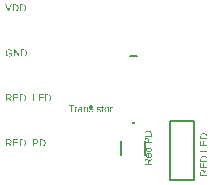
<source format=gbr>
G04 EAGLE Gerber RS-274X export*
G75*
%MOMM*%
%FSLAX34Y34*%
%LPD*%
%INSilkscreen Top*%
%IPPOS*%
%AMOC8*
5,1,8,0,0,1.08239X$1,22.5*%
G01*
G04 Define Apertures*
%ADD10C,0.200000*%
%ADD11C,0.100000*%
%ADD12C,0.254000*%
%ADD13C,0.127000*%
G36*
X134508Y74153D02*
X128596Y74153D01*
X128596Y76108D01*
X128607Y76473D01*
X128643Y76817D01*
X128702Y77139D01*
X128784Y77439D01*
X128890Y77718D01*
X129019Y77976D01*
X129172Y78212D01*
X129349Y78427D01*
X129547Y78618D01*
X129765Y78784D01*
X130003Y78924D01*
X130261Y79039D01*
X130539Y79128D01*
X130836Y79192D01*
X131154Y79230D01*
X131491Y79243D01*
X131934Y79221D01*
X132349Y79154D01*
X132734Y79042D01*
X133092Y78886D01*
X133415Y78689D01*
X133698Y78455D01*
X133940Y78184D01*
X134143Y77875D01*
X134303Y77535D01*
X134417Y77170D01*
X134485Y76780D01*
X134508Y76364D01*
X134508Y74153D01*
G37*
%LPC*%
G36*
X133866Y74955D02*
X133866Y76272D01*
X133848Y76588D01*
X133795Y76883D01*
X133706Y77159D01*
X133581Y77416D01*
X133422Y77648D01*
X133232Y77851D01*
X133011Y78027D01*
X132758Y78173D01*
X132478Y78289D01*
X132173Y78371D01*
X131844Y78421D01*
X131491Y78437D01*
X131224Y78428D01*
X130974Y78400D01*
X130740Y78353D01*
X130522Y78287D01*
X130321Y78202D01*
X130136Y78099D01*
X129967Y77976D01*
X129815Y77835D01*
X129679Y77676D01*
X129562Y77500D01*
X129463Y77308D01*
X129382Y77098D01*
X129319Y76872D01*
X129274Y76629D01*
X129247Y76369D01*
X129238Y76092D01*
X129238Y74955D01*
X133866Y74955D01*
G37*
%LPD*%
G36*
X134508Y50278D02*
X128596Y50278D01*
X128596Y53060D01*
X128603Y53303D01*
X128624Y53531D01*
X128658Y53745D01*
X128707Y53945D01*
X128770Y54131D01*
X128847Y54302D01*
X128938Y54459D01*
X129043Y54602D01*
X129160Y54730D01*
X129288Y54840D01*
X129427Y54933D01*
X129577Y55010D01*
X129738Y55069D01*
X129910Y55112D01*
X130093Y55137D01*
X130287Y55146D01*
X130603Y55122D01*
X130893Y55050D01*
X131157Y54930D01*
X131394Y54762D01*
X131598Y54551D01*
X131711Y54379D01*
X131761Y54305D01*
X131881Y54022D01*
X131961Y53702D01*
X133045Y54417D01*
X134508Y55381D01*
X134508Y54457D01*
X132053Y52922D01*
X132053Y51080D01*
X134508Y51080D01*
X134508Y50278D01*
G37*
%LPC*%
G36*
X131420Y51080D02*
X131420Y53014D01*
X131401Y53313D01*
X131346Y53576D01*
X131253Y53803D01*
X131124Y53994D01*
X130961Y54145D01*
X130769Y54253D01*
X130547Y54318D01*
X130295Y54340D01*
X130052Y54318D01*
X129840Y54252D01*
X129659Y54143D01*
X129508Y53990D01*
X129390Y53795D01*
X129305Y53562D01*
X129255Y53291D01*
X129238Y52980D01*
X129238Y51080D01*
X131420Y51080D01*
G37*
%LPD*%
G36*
X132259Y60934D02*
X131971Y60941D01*
X131702Y60960D01*
X131452Y60993D01*
X131220Y61038D01*
X131006Y61097D01*
X130812Y61169D01*
X130635Y61254D01*
X130478Y61352D01*
X130338Y61462D01*
X130218Y61586D01*
X130116Y61723D01*
X130032Y61873D01*
X129967Y62037D01*
X129921Y62213D01*
X129893Y62402D01*
X129884Y62604D01*
X129896Y62851D01*
X129931Y63077D01*
X129990Y63281D01*
X130073Y63464D01*
X130181Y63628D01*
X130317Y63775D01*
X130481Y63905D01*
X130673Y64018D01*
X130673Y64027D01*
X130165Y64018D01*
X128281Y64018D01*
X128281Y64773D01*
X133572Y64773D01*
X134161Y64780D01*
X134508Y64799D01*
X134508Y64077D01*
X134198Y64050D01*
X133778Y64035D01*
X133778Y64018D01*
X133981Y63905D01*
X134152Y63774D01*
X134293Y63627D01*
X134403Y63462D01*
X134486Y63279D01*
X134545Y63075D01*
X134580Y62850D01*
X134592Y62604D01*
X134583Y62396D01*
X134556Y62202D01*
X134510Y62023D01*
X134447Y61858D01*
X134366Y61707D01*
X134266Y61570D01*
X134149Y61447D01*
X134013Y61339D01*
X133859Y61244D01*
X133686Y61162D01*
X133495Y61092D01*
X133285Y61035D01*
X133056Y60991D01*
X132809Y60959D01*
X132543Y60940D01*
X132259Y60934D01*
G37*
%LPC*%
G36*
X132234Y61727D02*
X132676Y61743D01*
X133051Y61790D01*
X133358Y61869D01*
X133597Y61979D01*
X133777Y62124D01*
X133906Y62309D01*
X133951Y62416D01*
X133983Y62534D01*
X134002Y62660D01*
X134009Y62797D01*
X134002Y62952D01*
X133981Y63096D01*
X133946Y63229D01*
X133897Y63351D01*
X133835Y63462D01*
X133758Y63562D01*
X133668Y63651D01*
X133576Y63719D01*
X133564Y63729D01*
X133311Y63855D01*
X132996Y63946D01*
X132621Y64000D01*
X132183Y64018D01*
X131762Y64000D01*
X131402Y63946D01*
X131102Y63855D01*
X130862Y63729D01*
X130763Y63651D01*
X130678Y63562D01*
X130606Y63463D01*
X130547Y63353D01*
X130501Y63232D01*
X130468Y63101D01*
X130449Y62959D01*
X130442Y62805D01*
X130449Y62668D01*
X130468Y62540D01*
X130501Y62422D01*
X130547Y62314D01*
X130607Y62216D01*
X130679Y62128D01*
X130864Y61981D01*
X131107Y61870D01*
X131417Y61791D01*
X131792Y61743D01*
X132234Y61727D01*
G37*
%LPD*%
G36*
X134508Y68434D02*
X128596Y68434D01*
X128596Y70923D01*
X128603Y71164D01*
X128625Y71392D01*
X128661Y71605D01*
X128712Y71805D01*
X128778Y71990D01*
X128858Y72162D01*
X128952Y72319D01*
X129061Y72463D01*
X129184Y72591D01*
X129318Y72701D01*
X129464Y72795D01*
X129623Y72872D01*
X129793Y72931D01*
X129975Y72974D01*
X130169Y73000D01*
X130375Y73008D01*
X130579Y73000D01*
X130773Y72974D01*
X130956Y72931D01*
X131128Y72871D01*
X131289Y72794D01*
X131440Y72700D01*
X131580Y72589D01*
X131709Y72461D01*
X131825Y72318D01*
X131926Y72162D01*
X132011Y71995D01*
X132081Y71815D01*
X132135Y71623D01*
X132173Y71418D01*
X132197Y71202D01*
X132204Y70973D01*
X132204Y69236D01*
X134508Y69236D01*
X134508Y68434D01*
G37*
%LPC*%
G36*
X131571Y69236D02*
X131571Y70860D01*
X131552Y71174D01*
X131496Y71447D01*
X131404Y71678D01*
X131274Y71867D01*
X131107Y72014D01*
X130903Y72119D01*
X130662Y72182D01*
X130383Y72202D01*
X130115Y72181D01*
X129882Y72116D01*
X129685Y72009D01*
X129524Y71858D01*
X129399Y71665D01*
X129309Y71428D01*
X129256Y71149D01*
X129238Y70826D01*
X129238Y69236D01*
X131571Y69236D01*
G37*
%LPD*%
G36*
X132209Y56157D02*
X131936Y56165D01*
X131679Y56190D01*
X131439Y56231D01*
X131215Y56289D01*
X131008Y56363D01*
X130817Y56453D01*
X130642Y56560D01*
X130484Y56684D01*
X130343Y56822D01*
X130221Y56975D01*
X130118Y57142D01*
X130034Y57323D01*
X129968Y57518D01*
X129921Y57727D01*
X129893Y57951D01*
X129884Y58188D01*
X129893Y58430D01*
X129922Y58657D01*
X129969Y58868D01*
X130035Y59064D01*
X130119Y59243D01*
X130223Y59408D01*
X130346Y59556D01*
X130487Y59689D01*
X130647Y59806D01*
X130826Y59908D01*
X131024Y59994D01*
X131241Y60064D01*
X131477Y60119D01*
X131731Y60158D01*
X132004Y60182D01*
X132297Y60189D01*
X132397Y60189D01*
X132397Y56950D01*
X132765Y56970D01*
X133089Y57031D01*
X133367Y57132D01*
X133602Y57273D01*
X133787Y57453D01*
X133860Y57557D01*
X133920Y57671D01*
X133966Y57793D01*
X133999Y57925D01*
X134019Y58067D01*
X134025Y58217D01*
X134013Y58451D01*
X133976Y58659D01*
X133915Y58844D01*
X133828Y59004D01*
X133723Y59140D01*
X133605Y59252D01*
X133473Y59340D01*
X133329Y59405D01*
X133518Y60068D01*
X133770Y59950D01*
X133988Y59799D01*
X134172Y59617D01*
X134323Y59402D01*
X134441Y59154D01*
X134525Y58874D01*
X134575Y58562D01*
X134592Y58217D01*
X134583Y57973D01*
X134554Y57744D01*
X134508Y57530D01*
X134442Y57330D01*
X134358Y57146D01*
X134254Y56977D01*
X134133Y56823D01*
X133992Y56684D01*
X133833Y56560D01*
X133655Y56453D01*
X133460Y56363D01*
X133246Y56289D01*
X133014Y56231D01*
X132764Y56190D01*
X132495Y56165D01*
X132209Y56157D01*
G37*
%LPC*%
G36*
X131818Y56958D02*
X131818Y59409D01*
X131484Y59363D01*
X131198Y59286D01*
X130960Y59180D01*
X130771Y59044D01*
X130627Y58876D01*
X130524Y58676D01*
X130463Y58442D01*
X130442Y58175D01*
X130465Y57915D01*
X130534Y57683D01*
X130648Y57479D01*
X130809Y57305D01*
X131010Y57163D01*
X131245Y57058D01*
X131514Y56989D01*
X131818Y56958D01*
G37*
%LPD*%
G36*
X26223Y142000D02*
X24011Y142000D01*
X24011Y147912D01*
X25967Y147912D01*
X26331Y147901D01*
X26675Y147865D01*
X26997Y147806D01*
X27297Y147724D01*
X27576Y147618D01*
X27834Y147489D01*
X28070Y147336D01*
X28285Y147159D01*
X28476Y146961D01*
X28642Y146743D01*
X28782Y146505D01*
X28897Y146247D01*
X28986Y145969D01*
X29050Y145672D01*
X29088Y145354D01*
X29101Y145017D01*
X29079Y144574D01*
X29012Y144159D01*
X28901Y143774D01*
X28744Y143416D01*
X28548Y143093D01*
X28313Y142810D01*
X28042Y142568D01*
X27733Y142365D01*
X27393Y142205D01*
X27028Y142091D01*
X26638Y142023D01*
X26223Y142000D01*
G37*
%LPC*%
G36*
X26130Y142642D02*
X26446Y142660D01*
X26741Y142713D01*
X27017Y142803D01*
X27274Y142927D01*
X27506Y143086D01*
X27710Y143276D01*
X27885Y143497D01*
X28031Y143750D01*
X28147Y144030D01*
X28229Y144335D01*
X28279Y144664D01*
X28295Y145017D01*
X28286Y145284D01*
X28258Y145534D01*
X28211Y145768D01*
X28145Y145986D01*
X28060Y146187D01*
X27957Y146372D01*
X27834Y146541D01*
X27693Y146693D01*
X27534Y146829D01*
X27359Y146946D01*
X27166Y147045D01*
X26956Y147126D01*
X26730Y147189D01*
X26487Y147234D01*
X26227Y147261D01*
X25950Y147270D01*
X24813Y147270D01*
X24813Y142642D01*
X26130Y142642D01*
G37*
%LPD*%
G36*
X18506Y142000D02*
X17792Y142000D01*
X17792Y147912D01*
X18724Y147912D01*
X21921Y142843D01*
X21884Y143553D01*
X21871Y144035D01*
X21871Y147912D01*
X22593Y147912D01*
X22593Y142000D01*
X21628Y142000D01*
X18464Y147035D01*
X18485Y146628D01*
X18506Y145928D01*
X18506Y142000D01*
G37*
G36*
X13811Y141916D02*
X13364Y141939D01*
X12948Y142008D01*
X12564Y142124D01*
X12213Y142285D01*
X11897Y142490D01*
X11621Y142736D01*
X11384Y143022D01*
X11187Y143349D01*
X11032Y143712D01*
X10921Y144105D01*
X10854Y144529D01*
X10832Y144983D01*
X10844Y145333D01*
X10880Y145662D01*
X10941Y145971D01*
X11025Y146260D01*
X11134Y146529D01*
X11267Y146777D01*
X11423Y147004D01*
X11604Y147212D01*
X11807Y147397D01*
X12029Y147557D01*
X12271Y147692D01*
X12533Y147803D01*
X12814Y147890D01*
X13114Y147951D01*
X13434Y147988D01*
X13774Y148001D01*
X14242Y147980D01*
X14663Y147918D01*
X15039Y147814D01*
X15368Y147669D01*
X15657Y147478D01*
X15911Y147238D01*
X16129Y146948D01*
X16312Y146607D01*
X15549Y146381D01*
X15411Y146616D01*
X15249Y146816D01*
X15064Y146983D01*
X14854Y147115D01*
X14619Y147216D01*
X14358Y147288D01*
X14069Y147331D01*
X13753Y147346D01*
X13504Y147336D01*
X13271Y147307D01*
X13053Y147259D01*
X12850Y147191D01*
X12661Y147104D01*
X12488Y146998D01*
X12330Y146872D01*
X12188Y146727D01*
X12061Y146564D01*
X11951Y146386D01*
X11858Y146192D01*
X11782Y145982D01*
X11722Y145756D01*
X11680Y145514D01*
X11655Y145257D01*
X11646Y144983D01*
X11655Y144711D01*
X11682Y144453D01*
X11727Y144210D01*
X11790Y143981D01*
X11871Y143767D01*
X11970Y143568D01*
X12086Y143384D01*
X12221Y143215D01*
X12372Y143063D01*
X12536Y142931D01*
X12714Y142820D01*
X12906Y142729D01*
X13112Y142658D01*
X13331Y142607D01*
X13564Y142577D01*
X13811Y142566D01*
X14096Y142577D01*
X14371Y142611D01*
X14636Y142666D01*
X14892Y142743D01*
X15131Y142839D01*
X15346Y142950D01*
X15537Y143078D01*
X15704Y143221D01*
X15704Y144287D01*
X13937Y144287D01*
X13937Y144958D01*
X16442Y144958D01*
X16442Y142919D01*
X16194Y142693D01*
X15920Y142495D01*
X15618Y142323D01*
X15291Y142178D01*
X14942Y142064D01*
X14580Y141982D01*
X14203Y141932D01*
X13811Y141916D01*
G37*
G36*
X96623Y94658D02*
X96382Y94668D01*
X96157Y94696D01*
X95946Y94743D01*
X95751Y94810D01*
X95570Y94895D01*
X95405Y94999D01*
X95256Y95122D01*
X95121Y95264D01*
X95002Y95424D01*
X94899Y95601D01*
X94812Y95795D01*
X94740Y96006D01*
X94685Y96233D01*
X94645Y96477D01*
X94621Y96738D01*
X94613Y97016D01*
X94621Y97301D01*
X94645Y97567D01*
X94685Y97815D01*
X94741Y98044D01*
X94812Y98256D01*
X94900Y98448D01*
X95003Y98623D01*
X95122Y98779D01*
X95257Y98916D01*
X95408Y99036D01*
X95575Y99137D01*
X95758Y99219D01*
X95957Y99284D01*
X96172Y99329D01*
X96402Y99357D01*
X96649Y99366D01*
X96900Y99357D01*
X97134Y99330D01*
X97352Y99286D01*
X97552Y99223D01*
X97735Y99142D01*
X97900Y99044D01*
X98049Y98928D01*
X98180Y98793D01*
X98295Y98640D01*
X98395Y98468D01*
X98479Y98275D01*
X98548Y98063D01*
X98602Y97831D01*
X98640Y97579D01*
X98663Y97308D01*
X98671Y97016D01*
X98663Y96728D01*
X98638Y96458D01*
X98597Y96208D01*
X98540Y95977D01*
X98466Y95764D01*
X98376Y95571D01*
X98269Y95397D01*
X98147Y95241D01*
X98008Y95105D01*
X97855Y94986D01*
X97686Y94886D01*
X97503Y94804D01*
X97306Y94740D01*
X97093Y94695D01*
X96866Y94667D01*
X96623Y94658D01*
G37*
%LPC*%
G36*
X96615Y95216D02*
X96779Y95223D01*
X96931Y95243D01*
X97070Y95278D01*
X97198Y95325D01*
X97313Y95387D01*
X97416Y95462D01*
X97507Y95550D01*
X97586Y95653D01*
X97714Y95901D01*
X97805Y96212D01*
X97860Y96583D01*
X97878Y97016D01*
X97861Y97454D01*
X97808Y97828D01*
X97721Y98137D01*
X97599Y98382D01*
X97523Y98482D01*
X97436Y98569D01*
X97336Y98642D01*
X97225Y98702D01*
X97102Y98748D01*
X96967Y98781D01*
X96820Y98801D01*
X96661Y98808D01*
X96501Y98801D01*
X96353Y98781D01*
X96215Y98747D01*
X96090Y98700D01*
X95976Y98638D01*
X95873Y98564D01*
X95782Y98476D01*
X95702Y98374D01*
X95573Y98126D01*
X95480Y97817D01*
X95425Y97447D01*
X95406Y97016D01*
X95425Y96595D01*
X95479Y96230D01*
X95570Y95921D01*
X95698Y95667D01*
X95776Y95562D01*
X95865Y95470D01*
X95964Y95392D01*
X96073Y95329D01*
X96193Y95280D01*
X96323Y95244D01*
X96464Y95223D01*
X96615Y95216D01*
G37*
%LPD*%
G36*
X73521Y94658D02*
X73200Y94681D01*
X72922Y94748D01*
X72686Y94861D01*
X72493Y95019D01*
X72342Y95216D01*
X72235Y95447D01*
X72170Y95711D01*
X72149Y96009D01*
X72156Y96180D01*
X72178Y96341D01*
X72214Y96492D01*
X72265Y96632D01*
X72330Y96763D01*
X72410Y96883D01*
X72504Y96992D01*
X72612Y97092D01*
X72737Y97181D01*
X72880Y97259D01*
X73040Y97326D01*
X73218Y97381D01*
X73414Y97426D01*
X73628Y97460D01*
X74108Y97495D01*
X75128Y97511D01*
X75128Y97759D01*
X75113Y98016D01*
X75069Y98234D01*
X74996Y98413D01*
X74893Y98552D01*
X74759Y98657D01*
X74591Y98732D01*
X74390Y98776D01*
X74155Y98791D01*
X73918Y98781D01*
X73716Y98748D01*
X73549Y98695D01*
X73416Y98619D01*
X73312Y98520D01*
X73231Y98396D01*
X73174Y98246D01*
X73139Y98070D01*
X72350Y98141D01*
X72421Y98428D01*
X72536Y98677D01*
X72697Y98888D01*
X72902Y99060D01*
X73152Y99194D01*
X73447Y99290D01*
X73787Y99347D01*
X74171Y99366D01*
X74379Y99360D01*
X74573Y99342D01*
X74754Y99311D01*
X74921Y99268D01*
X75076Y99213D01*
X75217Y99145D01*
X75345Y99066D01*
X75460Y98974D01*
X75561Y98870D01*
X75649Y98756D01*
X75723Y98630D01*
X75784Y98494D01*
X75831Y98347D01*
X75865Y98188D01*
X75885Y98019D01*
X75892Y97839D01*
X75892Y95883D01*
X75914Y95589D01*
X75941Y95473D01*
X75980Y95378D01*
X76034Y95303D01*
X76108Y95250D01*
X76202Y95218D01*
X76316Y95208D01*
X76563Y95237D01*
X76563Y94767D01*
X76275Y94717D01*
X75980Y94700D01*
X75784Y94714D01*
X75617Y94755D01*
X75479Y94824D01*
X75369Y94920D01*
X75284Y95046D01*
X75220Y95203D01*
X75176Y95391D01*
X75153Y95611D01*
X75128Y95611D01*
X74977Y95369D01*
X74815Y95166D01*
X74641Y95001D01*
X74455Y94874D01*
X74252Y94780D01*
X74029Y94712D01*
X73785Y94672D01*
X73521Y94658D01*
G37*
%LPC*%
G36*
X73693Y95225D02*
X73895Y95236D01*
X74085Y95272D01*
X74264Y95331D01*
X74432Y95413D01*
X74585Y95517D01*
X74721Y95637D01*
X74839Y95776D01*
X74941Y95932D01*
X75023Y96097D01*
X75081Y96266D01*
X75116Y96436D01*
X75128Y96609D01*
X75128Y96983D01*
X74301Y96966D01*
X74051Y96956D01*
X73833Y96934D01*
X73647Y96901D01*
X73494Y96857D01*
X73364Y96800D01*
X73251Y96729D01*
X73153Y96644D01*
X73072Y96546D01*
X73008Y96433D01*
X72962Y96304D01*
X72934Y96158D01*
X72925Y95997D01*
X72938Y95823D01*
X72975Y95669D01*
X73037Y95537D01*
X73124Y95426D01*
X73235Y95338D01*
X73366Y95275D01*
X73519Y95237D01*
X73693Y95225D01*
G37*
%LPD*%
G36*
X77916Y94742D02*
X77161Y94742D01*
X77161Y98313D01*
X77155Y98952D01*
X77136Y99282D01*
X77849Y99282D01*
X77857Y99169D01*
X77868Y98957D01*
X77883Y98506D01*
X77895Y98506D01*
X78030Y98724D01*
X78176Y98907D01*
X78331Y99056D01*
X78497Y99171D01*
X78679Y99256D01*
X78881Y99317D01*
X79104Y99354D01*
X79347Y99366D01*
X79695Y99343D01*
X79851Y99314D01*
X79994Y99273D01*
X80124Y99221D01*
X80242Y99157D01*
X80347Y99082D01*
X80440Y98995D01*
X80521Y98894D01*
X80592Y98779D01*
X80651Y98648D01*
X80700Y98502D01*
X80765Y98165D01*
X80786Y97767D01*
X80786Y94742D01*
X80027Y94742D01*
X80027Y97621D01*
X80021Y97832D01*
X80005Y98019D01*
X79977Y98181D01*
X79939Y98317D01*
X79888Y98432D01*
X79824Y98530D01*
X79748Y98611D01*
X79658Y98674D01*
X79550Y98722D01*
X79419Y98756D01*
X79267Y98776D01*
X79091Y98783D01*
X78833Y98760D01*
X78603Y98690D01*
X78403Y98573D01*
X78231Y98409D01*
X78093Y98205D01*
X77995Y97964D01*
X77936Y97686D01*
X77916Y97373D01*
X77916Y94742D01*
G37*
G36*
X83490Y94658D02*
X83091Y94676D01*
X82740Y94728D01*
X82437Y94815D01*
X82183Y94937D01*
X81974Y95096D01*
X81804Y95294D01*
X81675Y95532D01*
X81585Y95808D01*
X82253Y95938D01*
X82314Y95768D01*
X82401Y95622D01*
X82513Y95500D01*
X82651Y95403D01*
X82817Y95329D01*
X83012Y95275D01*
X83237Y95244D01*
X83490Y95233D01*
X83759Y95244D01*
X83988Y95277D01*
X84179Y95332D01*
X84332Y95409D01*
X84448Y95508D01*
X84532Y95629D01*
X84582Y95773D01*
X84598Y95938D01*
X84587Y96066D01*
X84552Y96181D01*
X84494Y96284D01*
X84414Y96374D01*
X84307Y96455D01*
X84172Y96527D01*
X84009Y96593D01*
X83818Y96651D01*
X83276Y96794D01*
X82720Y96960D01*
X82512Y97042D01*
X82351Y97123D01*
X82106Y97302D01*
X82006Y97405D01*
X81921Y97516D01*
X81853Y97638D01*
X81805Y97773D01*
X81776Y97921D01*
X81766Y98082D01*
X81773Y98233D01*
X81794Y98374D01*
X81828Y98506D01*
X81877Y98629D01*
X81939Y98743D01*
X82015Y98847D01*
X82209Y99028D01*
X82455Y99171D01*
X82752Y99272D01*
X83100Y99333D01*
X83499Y99354D01*
X83855Y99337D01*
X84173Y99287D01*
X84452Y99205D01*
X84693Y99089D01*
X84894Y98937D01*
X85054Y98745D01*
X85174Y98513D01*
X85253Y98242D01*
X84573Y98158D01*
X84528Y98300D01*
X84457Y98425D01*
X84359Y98532D01*
X84235Y98621D01*
X84086Y98692D01*
X83914Y98743D01*
X83718Y98773D01*
X83499Y98783D01*
X83260Y98773D01*
X83054Y98744D01*
X82882Y98696D01*
X82744Y98628D01*
X82637Y98540D01*
X82561Y98433D01*
X82515Y98305D01*
X82500Y98158D01*
X82506Y98065D01*
X82525Y97981D01*
X82601Y97839D01*
X82726Y97722D01*
X82899Y97625D01*
X83205Y97520D01*
X83730Y97381D01*
X84246Y97236D01*
X84594Y97102D01*
X84831Y96968D01*
X85012Y96819D01*
X85147Y96652D01*
X85249Y96460D01*
X85312Y96243D01*
X85333Y95997D01*
X85325Y95841D01*
X85302Y95694D01*
X85264Y95556D01*
X85211Y95428D01*
X85143Y95309D01*
X85060Y95199D01*
X84962Y95098D01*
X84848Y95006D01*
X84581Y94854D01*
X84266Y94745D01*
X83903Y94680D01*
X83490Y94658D01*
G37*
G36*
X89709Y94658D02*
X89310Y94676D01*
X88959Y94728D01*
X88656Y94815D01*
X88402Y94937D01*
X88192Y95096D01*
X88023Y95294D01*
X87893Y95532D01*
X87804Y95808D01*
X88471Y95938D01*
X88532Y95768D01*
X88619Y95622D01*
X88732Y95500D01*
X88870Y95403D01*
X89036Y95329D01*
X89231Y95275D01*
X89455Y95244D01*
X89709Y95233D01*
X89977Y95244D01*
X90207Y95277D01*
X90398Y95332D01*
X90551Y95409D01*
X90667Y95508D01*
X90750Y95629D01*
X90800Y95773D01*
X90817Y95938D01*
X90805Y96066D01*
X90771Y96181D01*
X90713Y96284D01*
X90632Y96374D01*
X90526Y96455D01*
X90391Y96527D01*
X90228Y96593D01*
X90037Y96651D01*
X89495Y96794D01*
X88939Y96960D01*
X88731Y97042D01*
X88570Y97123D01*
X88325Y97302D01*
X88225Y97405D01*
X88140Y97516D01*
X88072Y97638D01*
X88023Y97773D01*
X87994Y97921D01*
X87985Y98082D01*
X87992Y98233D01*
X88012Y98374D01*
X88047Y98506D01*
X88095Y98629D01*
X88158Y98743D01*
X88234Y98847D01*
X88427Y99028D01*
X88674Y99171D01*
X88971Y99272D01*
X89319Y99333D01*
X89718Y99354D01*
X90074Y99337D01*
X90392Y99287D01*
X90671Y99205D01*
X90911Y99089D01*
X91112Y98937D01*
X91273Y98745D01*
X91393Y98513D01*
X91472Y98242D01*
X90792Y98158D01*
X90747Y98300D01*
X90676Y98425D01*
X90578Y98532D01*
X90454Y98621D01*
X90305Y98692D01*
X90133Y98743D01*
X89937Y98773D01*
X89718Y98783D01*
X89478Y98773D01*
X89273Y98744D01*
X89101Y98696D01*
X88962Y98628D01*
X88856Y98540D01*
X88780Y98433D01*
X88734Y98305D01*
X88719Y98158D01*
X88725Y98065D01*
X88744Y97981D01*
X88820Y97839D01*
X88944Y97722D01*
X89118Y97625D01*
X89424Y97520D01*
X89948Y97381D01*
X90465Y97236D01*
X90813Y97102D01*
X91049Y96968D01*
X91230Y96819D01*
X91366Y96652D01*
X91467Y96460D01*
X91530Y96243D01*
X91551Y95997D01*
X91544Y95841D01*
X91521Y95694D01*
X91483Y95556D01*
X91430Y95428D01*
X91362Y95309D01*
X91279Y95199D01*
X91180Y95098D01*
X91067Y95006D01*
X90800Y94854D01*
X90485Y94745D01*
X90121Y94680D01*
X89709Y94658D01*
G37*
G36*
X66992Y94742D02*
X66195Y94742D01*
X66195Y100000D01*
X64164Y100000D01*
X64164Y100654D01*
X69023Y100654D01*
X69023Y100000D01*
X66992Y100000D01*
X66992Y94742D01*
G37*
G36*
X93438Y94675D02*
X93226Y94691D01*
X93042Y94739D01*
X92886Y94819D01*
X92759Y94932D01*
X92660Y95076D01*
X92589Y95253D01*
X92546Y95462D01*
X92532Y95703D01*
X92532Y98733D01*
X92008Y98733D01*
X92008Y99282D01*
X92561Y99282D01*
X92784Y100298D01*
X93287Y100298D01*
X93287Y99282D01*
X94127Y99282D01*
X94127Y98733D01*
X93287Y98733D01*
X93287Y95867D01*
X93294Y95715D01*
X93314Y95588D01*
X93348Y95485D01*
X93394Y95407D01*
X93458Y95349D01*
X93541Y95308D01*
X93643Y95283D01*
X93766Y95275D01*
X93950Y95290D01*
X94202Y95334D01*
X94202Y94776D01*
X93825Y94700D01*
X93633Y94681D01*
X93438Y94675D01*
G37*
G36*
X70260Y94742D02*
X69505Y94742D01*
X69505Y98225D01*
X69479Y99282D01*
X70193Y99282D01*
X70226Y98355D01*
X70243Y98355D01*
X70337Y98623D01*
X70437Y98846D01*
X70544Y99022D01*
X70659Y99152D01*
X70788Y99246D01*
X70942Y99313D01*
X71120Y99353D01*
X71322Y99366D01*
X71474Y99356D01*
X71628Y99324D01*
X71628Y98632D01*
X71452Y98663D01*
X71225Y98674D01*
X71111Y98667D01*
X71004Y98649D01*
X70811Y98573D01*
X70645Y98446D01*
X70507Y98269D01*
X70399Y98045D01*
X70322Y97776D01*
X70275Y97464D01*
X70260Y97109D01*
X70260Y94742D01*
G37*
G36*
X100385Y94742D02*
X99630Y94742D01*
X99630Y98225D01*
X99604Y99282D01*
X100318Y99282D01*
X100351Y98355D01*
X100368Y98355D01*
X100462Y98623D01*
X100562Y98846D01*
X100669Y99022D01*
X100784Y99152D01*
X100913Y99246D01*
X101067Y99313D01*
X101245Y99353D01*
X101447Y99366D01*
X101599Y99356D01*
X101753Y99324D01*
X101753Y98632D01*
X101577Y98663D01*
X101350Y98674D01*
X101236Y98667D01*
X101129Y98649D01*
X100936Y98573D01*
X100770Y98446D01*
X100632Y98269D01*
X100524Y98045D01*
X100447Y97776D01*
X100400Y97464D01*
X100385Y97109D01*
X100385Y94742D01*
G37*
G36*
X86989Y94742D02*
X86234Y94742D01*
X86234Y99282D01*
X86989Y99282D01*
X86989Y94742D01*
G37*
G36*
X86989Y100247D02*
X86234Y100247D01*
X86234Y100969D01*
X86989Y100969D01*
X86989Y100247D01*
G37*
G36*
X25254Y103900D02*
X23042Y103900D01*
X23042Y109812D01*
X24998Y109812D01*
X25363Y109801D01*
X25706Y109765D01*
X26028Y109706D01*
X26329Y109624D01*
X26608Y109518D01*
X26865Y109389D01*
X27101Y109236D01*
X27316Y109059D01*
X27508Y108861D01*
X27673Y108643D01*
X27814Y108405D01*
X27928Y108147D01*
X28018Y107869D01*
X28081Y107572D01*
X28120Y107254D01*
X28132Y106917D01*
X28110Y106474D01*
X28043Y106059D01*
X27932Y105674D01*
X27776Y105316D01*
X27579Y104993D01*
X27345Y104710D01*
X27073Y104468D01*
X26764Y104265D01*
X26425Y104105D01*
X26060Y103991D01*
X25669Y103923D01*
X25254Y103900D01*
G37*
%LPC*%
G36*
X25162Y104542D02*
X25477Y104560D01*
X25773Y104613D01*
X26049Y104703D01*
X26305Y104827D01*
X26537Y104986D01*
X26741Y105176D01*
X26916Y105397D01*
X27062Y105650D01*
X27178Y105930D01*
X27261Y106235D01*
X27310Y106564D01*
X27327Y106917D01*
X27317Y107184D01*
X27289Y107434D01*
X27242Y107668D01*
X27176Y107886D01*
X27092Y108087D01*
X26988Y108272D01*
X26866Y108441D01*
X26725Y108593D01*
X26566Y108729D01*
X26390Y108846D01*
X26197Y108945D01*
X25988Y109026D01*
X25761Y109089D01*
X25518Y109134D01*
X25258Y109161D01*
X24981Y109170D01*
X23844Y109170D01*
X23844Y104542D01*
X25162Y104542D01*
G37*
%LPD*%
G36*
X46754Y103900D02*
X44542Y103900D01*
X44542Y109812D01*
X46498Y109812D01*
X46863Y109801D01*
X47206Y109765D01*
X47528Y109706D01*
X47829Y109624D01*
X48108Y109518D01*
X48365Y109389D01*
X48601Y109236D01*
X48816Y109059D01*
X49008Y108861D01*
X49173Y108643D01*
X49314Y108405D01*
X49428Y108147D01*
X49518Y107869D01*
X49581Y107572D01*
X49620Y107254D01*
X49632Y106917D01*
X49610Y106474D01*
X49543Y106059D01*
X49432Y105674D01*
X49276Y105316D01*
X49079Y104993D01*
X48845Y104710D01*
X48573Y104468D01*
X48264Y104265D01*
X47925Y104105D01*
X47560Y103991D01*
X47169Y103923D01*
X46754Y103900D01*
G37*
%LPC*%
G36*
X46662Y104542D02*
X46977Y104560D01*
X47273Y104613D01*
X47549Y104703D01*
X47805Y104827D01*
X48037Y104986D01*
X48241Y105176D01*
X48416Y105397D01*
X48562Y105650D01*
X48678Y105930D01*
X48761Y106235D01*
X48810Y106564D01*
X48827Y106917D01*
X48817Y107184D01*
X48789Y107434D01*
X48742Y107668D01*
X48676Y107886D01*
X48592Y108087D01*
X48488Y108272D01*
X48366Y108441D01*
X48225Y108593D01*
X48066Y108729D01*
X47890Y108846D01*
X47697Y108945D01*
X47488Y109026D01*
X47261Y109089D01*
X47018Y109134D01*
X46758Y109161D01*
X46481Y109170D01*
X45344Y109170D01*
X45344Y104542D01*
X46662Y104542D01*
G37*
%LPD*%
G36*
X11906Y103900D02*
X11105Y103900D01*
X11105Y109812D01*
X13887Y109812D01*
X14130Y109805D01*
X14358Y109784D01*
X14572Y109750D01*
X14772Y109701D01*
X14958Y109638D01*
X15129Y109561D01*
X15286Y109470D01*
X15429Y109366D01*
X15556Y109248D01*
X15667Y109120D01*
X15760Y108981D01*
X15837Y108831D01*
X15896Y108670D01*
X15939Y108498D01*
X15964Y108315D01*
X15973Y108121D01*
X15949Y107805D01*
X15877Y107515D01*
X15757Y107251D01*
X15589Y107014D01*
X15378Y106810D01*
X15206Y106697D01*
X15132Y106647D01*
X14849Y106527D01*
X14529Y106447D01*
X15244Y105363D01*
X16207Y103900D01*
X15284Y103900D01*
X13749Y106355D01*
X11906Y106355D01*
X11906Y103900D01*
G37*
%LPC*%
G36*
X13841Y106988D02*
X14140Y107007D01*
X14403Y107062D01*
X14630Y107155D01*
X14821Y107284D01*
X14972Y107447D01*
X15080Y107639D01*
X15145Y107861D01*
X15167Y108113D01*
X15145Y108356D01*
X15079Y108568D01*
X14970Y108749D01*
X14816Y108900D01*
X14622Y109018D01*
X14389Y109103D01*
X14117Y109153D01*
X13807Y109170D01*
X11906Y109170D01*
X11906Y106988D01*
X13841Y106988D01*
G37*
%LPD*%
G36*
X21981Y103900D02*
X17324Y103900D01*
X17324Y109812D01*
X21809Y109812D01*
X21809Y109158D01*
X18125Y109158D01*
X18125Y107261D01*
X21558Y107261D01*
X21558Y106615D01*
X18125Y106615D01*
X18125Y104555D01*
X21981Y104555D01*
X21981Y103900D01*
G37*
G36*
X43481Y103900D02*
X38824Y103900D01*
X38824Y109812D01*
X43309Y109812D01*
X43309Y109158D01*
X39625Y109158D01*
X39625Y107261D01*
X43058Y107261D01*
X43058Y106615D01*
X39625Y106615D01*
X39625Y104555D01*
X43481Y104555D01*
X43481Y103900D01*
G37*
G36*
X37832Y103900D02*
X34042Y103900D01*
X34042Y109812D01*
X34844Y109812D01*
X34844Y104555D01*
X37832Y104555D01*
X37832Y103900D01*
G37*
G36*
X33432Y102192D02*
X28426Y102192D01*
X28426Y102738D01*
X33432Y102738D01*
X33432Y102192D01*
G37*
G36*
X25254Y65800D02*
X23042Y65800D01*
X23042Y71712D01*
X24998Y71712D01*
X25363Y71701D01*
X25706Y71665D01*
X26028Y71606D01*
X26329Y71524D01*
X26608Y71418D01*
X26865Y71289D01*
X27101Y71136D01*
X27316Y70959D01*
X27508Y70761D01*
X27673Y70543D01*
X27814Y70305D01*
X27928Y70047D01*
X28018Y69769D01*
X28081Y69472D01*
X28120Y69154D01*
X28132Y68817D01*
X28110Y68374D01*
X28043Y67959D01*
X27932Y67574D01*
X27776Y67216D01*
X27579Y66893D01*
X27345Y66610D01*
X27073Y66368D01*
X26764Y66165D01*
X26425Y66005D01*
X26060Y65891D01*
X25669Y65823D01*
X25254Y65800D01*
G37*
%LPC*%
G36*
X25162Y66442D02*
X25477Y66460D01*
X25773Y66513D01*
X26049Y66603D01*
X26305Y66727D01*
X26537Y66886D01*
X26741Y67076D01*
X26916Y67297D01*
X27062Y67550D01*
X27178Y67830D01*
X27261Y68135D01*
X27310Y68464D01*
X27327Y68817D01*
X27317Y69084D01*
X27289Y69334D01*
X27242Y69568D01*
X27176Y69786D01*
X27092Y69987D01*
X26988Y70172D01*
X26866Y70341D01*
X26725Y70493D01*
X26566Y70629D01*
X26390Y70746D01*
X26197Y70845D01*
X25988Y70926D01*
X25761Y70989D01*
X25518Y71034D01*
X25258Y71061D01*
X24981Y71070D01*
X23844Y71070D01*
X23844Y66442D01*
X25162Y66442D01*
G37*
%LPD*%
G36*
X41973Y65800D02*
X39761Y65800D01*
X39761Y71712D01*
X41717Y71712D01*
X42081Y71701D01*
X42425Y71665D01*
X42747Y71606D01*
X43047Y71524D01*
X43326Y71418D01*
X43584Y71289D01*
X43820Y71136D01*
X44035Y70959D01*
X44226Y70761D01*
X44392Y70543D01*
X44532Y70305D01*
X44647Y70047D01*
X44736Y69769D01*
X44800Y69472D01*
X44838Y69154D01*
X44851Y68817D01*
X44829Y68374D01*
X44762Y67959D01*
X44651Y67574D01*
X44494Y67216D01*
X44298Y66893D01*
X44063Y66610D01*
X43792Y66368D01*
X43483Y66165D01*
X43143Y66005D01*
X42778Y65891D01*
X42388Y65823D01*
X41973Y65800D01*
G37*
%LPC*%
G36*
X41880Y66442D02*
X42196Y66460D01*
X42491Y66513D01*
X42767Y66603D01*
X43024Y66727D01*
X43256Y66886D01*
X43460Y67076D01*
X43635Y67297D01*
X43781Y67550D01*
X43897Y67830D01*
X43979Y68135D01*
X44029Y68464D01*
X44045Y68817D01*
X44036Y69084D01*
X44008Y69334D01*
X43961Y69568D01*
X43895Y69786D01*
X43810Y69987D01*
X43707Y70172D01*
X43584Y70341D01*
X43443Y70493D01*
X43284Y70629D01*
X43109Y70746D01*
X42916Y70845D01*
X42706Y70926D01*
X42480Y70989D01*
X42237Y71034D01*
X41977Y71061D01*
X41700Y71070D01*
X40563Y71070D01*
X40563Y66442D01*
X41880Y66442D01*
G37*
%LPD*%
G36*
X11906Y65800D02*
X11105Y65800D01*
X11105Y71712D01*
X13887Y71712D01*
X14130Y71705D01*
X14358Y71684D01*
X14572Y71650D01*
X14772Y71601D01*
X14958Y71538D01*
X15129Y71461D01*
X15286Y71370D01*
X15429Y71266D01*
X15556Y71148D01*
X15667Y71020D01*
X15760Y70881D01*
X15837Y70731D01*
X15896Y70570D01*
X15939Y70398D01*
X15964Y70215D01*
X15973Y70021D01*
X15949Y69705D01*
X15877Y69415D01*
X15757Y69151D01*
X15589Y68914D01*
X15378Y68710D01*
X15206Y68597D01*
X15132Y68547D01*
X14849Y68427D01*
X14529Y68347D01*
X15244Y67263D01*
X16207Y65800D01*
X15284Y65800D01*
X13749Y68255D01*
X11906Y68255D01*
X11906Y65800D01*
G37*
%LPC*%
G36*
X13841Y68888D02*
X14140Y68907D01*
X14403Y68962D01*
X14630Y69055D01*
X14821Y69184D01*
X14972Y69347D01*
X15080Y69539D01*
X15145Y69761D01*
X15167Y70013D01*
X15145Y70256D01*
X15079Y70468D01*
X14970Y70649D01*
X14816Y70800D01*
X14622Y70918D01*
X14389Y71003D01*
X14117Y71053D01*
X13807Y71070D01*
X11906Y71070D01*
X11906Y68888D01*
X13841Y68888D01*
G37*
%LPD*%
G36*
X34844Y65800D02*
X34042Y65800D01*
X34042Y71712D01*
X36531Y71712D01*
X36772Y71705D01*
X37000Y71683D01*
X37214Y71647D01*
X37413Y71596D01*
X37599Y71530D01*
X37770Y71450D01*
X37927Y71356D01*
X38071Y71247D01*
X38199Y71124D01*
X38309Y70990D01*
X38403Y70844D01*
X38480Y70685D01*
X38540Y70515D01*
X38582Y70333D01*
X38608Y70139D01*
X38616Y69933D01*
X38608Y69729D01*
X38582Y69535D01*
X38539Y69352D01*
X38479Y69180D01*
X38402Y69019D01*
X38308Y68868D01*
X38197Y68728D01*
X38069Y68599D01*
X37926Y68483D01*
X37770Y68382D01*
X37603Y68297D01*
X37423Y68227D01*
X37231Y68173D01*
X37027Y68135D01*
X36810Y68111D01*
X36581Y68104D01*
X34844Y68104D01*
X34844Y65800D01*
G37*
%LPC*%
G36*
X36468Y68737D02*
X36783Y68756D01*
X37055Y68812D01*
X37286Y68904D01*
X37475Y69034D01*
X37622Y69201D01*
X37727Y69405D01*
X37790Y69647D01*
X37811Y69925D01*
X37789Y70193D01*
X37725Y70426D01*
X37617Y70623D01*
X37467Y70784D01*
X37273Y70909D01*
X37036Y70999D01*
X36757Y71052D01*
X36434Y71070D01*
X34844Y71070D01*
X34844Y68737D01*
X36468Y68737D01*
G37*
%LPD*%
G36*
X21981Y65800D02*
X17324Y65800D01*
X17324Y71712D01*
X21809Y71712D01*
X21809Y71058D01*
X18125Y71058D01*
X18125Y69161D01*
X21558Y69161D01*
X21558Y68515D01*
X18125Y68515D01*
X18125Y66455D01*
X21981Y66455D01*
X21981Y65800D01*
G37*
G36*
X33432Y64092D02*
X28426Y64092D01*
X28426Y64638D01*
X33432Y64638D01*
X33432Y64092D01*
G37*
G36*
X181716Y52882D02*
X175804Y52882D01*
X175804Y54838D01*
X175815Y55203D01*
X175851Y55546D01*
X175910Y55868D01*
X175992Y56169D01*
X176098Y56448D01*
X176227Y56705D01*
X176380Y56941D01*
X176557Y57156D01*
X176755Y57348D01*
X176973Y57513D01*
X177211Y57654D01*
X177469Y57768D01*
X177747Y57858D01*
X178044Y57921D01*
X178362Y57960D01*
X178699Y57972D01*
X179142Y57950D01*
X179557Y57883D01*
X179942Y57772D01*
X180300Y57616D01*
X180623Y57419D01*
X180906Y57185D01*
X181148Y56913D01*
X181351Y56604D01*
X181511Y56265D01*
X181625Y55900D01*
X181693Y55509D01*
X181716Y55094D01*
X181716Y52882D01*
G37*
%LPC*%
G36*
X181074Y53684D02*
X181074Y55002D01*
X181056Y55317D01*
X181003Y55613D01*
X180914Y55889D01*
X180789Y56145D01*
X180630Y56377D01*
X180440Y56581D01*
X180219Y56756D01*
X179966Y56902D01*
X179686Y57018D01*
X179381Y57101D01*
X179052Y57150D01*
X178699Y57167D01*
X178432Y57157D01*
X178182Y57129D01*
X177948Y57082D01*
X177730Y57016D01*
X177529Y56932D01*
X177344Y56828D01*
X177175Y56706D01*
X177023Y56565D01*
X176887Y56406D01*
X176770Y56230D01*
X176671Y56037D01*
X176590Y55828D01*
X176527Y55601D01*
X176482Y55358D01*
X176455Y55098D01*
X176446Y54821D01*
X176446Y53684D01*
X181074Y53684D01*
G37*
%LPD*%
G36*
X181716Y71976D02*
X175804Y71976D01*
X175804Y73932D01*
X175815Y74296D01*
X175851Y74640D01*
X175910Y74962D01*
X175992Y75262D01*
X176098Y75541D01*
X176227Y75799D01*
X176380Y76035D01*
X176557Y76250D01*
X176755Y76441D01*
X176973Y76607D01*
X177211Y76747D01*
X177469Y76862D01*
X177747Y76951D01*
X178044Y77015D01*
X178362Y77053D01*
X178699Y77066D01*
X179142Y77044D01*
X179557Y76977D01*
X179942Y76866D01*
X180300Y76709D01*
X180623Y76513D01*
X180906Y76278D01*
X181148Y76007D01*
X181351Y75698D01*
X181511Y75358D01*
X181625Y74993D01*
X181693Y74603D01*
X181716Y74188D01*
X181716Y71976D01*
G37*
%LPC*%
G36*
X181074Y72778D02*
X181074Y74095D01*
X181056Y74411D01*
X181003Y74706D01*
X180914Y74982D01*
X180789Y75239D01*
X180630Y75471D01*
X180440Y75675D01*
X180219Y75850D01*
X179966Y75996D01*
X179686Y76112D01*
X179381Y76194D01*
X179052Y76244D01*
X178699Y76260D01*
X178432Y76251D01*
X178182Y76223D01*
X177948Y76176D01*
X177730Y76110D01*
X177529Y76025D01*
X177344Y75922D01*
X177175Y75799D01*
X177023Y75658D01*
X176887Y75499D01*
X176770Y75324D01*
X176671Y75131D01*
X176590Y74921D01*
X176527Y74695D01*
X176482Y74452D01*
X176455Y74192D01*
X176446Y73915D01*
X176446Y72778D01*
X181074Y72778D01*
G37*
%LPD*%
G36*
X181716Y40945D02*
X175804Y40945D01*
X175804Y43727D01*
X175811Y43970D01*
X175832Y44198D01*
X175866Y44412D01*
X175915Y44612D01*
X175978Y44798D01*
X176055Y44969D01*
X176146Y45126D01*
X176251Y45269D01*
X176368Y45396D01*
X176496Y45507D01*
X176635Y45600D01*
X176785Y45677D01*
X176946Y45736D01*
X177118Y45779D01*
X177301Y45804D01*
X177495Y45813D01*
X177811Y45789D01*
X178101Y45717D01*
X178365Y45597D01*
X178602Y45429D01*
X178806Y45218D01*
X178919Y45046D01*
X178969Y44972D01*
X179089Y44689D01*
X179169Y44369D01*
X180253Y45084D01*
X181716Y46047D01*
X181716Y45124D01*
X179261Y43589D01*
X179261Y41746D01*
X181716Y41746D01*
X181716Y40945D01*
G37*
%LPC*%
G36*
X178628Y41746D02*
X178628Y43681D01*
X178609Y43980D01*
X178554Y44243D01*
X178461Y44470D01*
X178332Y44661D01*
X178169Y44812D01*
X177977Y44920D01*
X177755Y44985D01*
X177503Y45007D01*
X177260Y44985D01*
X177048Y44919D01*
X176867Y44810D01*
X176716Y44656D01*
X176598Y44462D01*
X176513Y44229D01*
X176463Y43957D01*
X176446Y43647D01*
X176446Y41746D01*
X178628Y41746D01*
G37*
%LPD*%
G36*
X181716Y47164D02*
X175804Y47164D01*
X175804Y51649D01*
X176458Y51649D01*
X176458Y47965D01*
X178355Y47965D01*
X178355Y51398D01*
X179001Y51398D01*
X179001Y47965D01*
X181061Y47965D01*
X181061Y51821D01*
X181716Y51821D01*
X181716Y47164D01*
G37*
G36*
X181716Y66257D02*
X175804Y66257D01*
X175804Y70743D01*
X176458Y70743D01*
X176458Y67059D01*
X178355Y67059D01*
X178355Y70491D01*
X179001Y70491D01*
X179001Y67059D01*
X181061Y67059D01*
X181061Y70915D01*
X181716Y70915D01*
X181716Y66257D01*
G37*
G36*
X181716Y61476D02*
X175804Y61476D01*
X175804Y62278D01*
X181061Y62278D01*
X181061Y65265D01*
X181716Y65265D01*
X181716Y61476D01*
G37*
G36*
X19035Y180100D02*
X16824Y180100D01*
X16824Y186012D01*
X18779Y186012D01*
X19144Y186001D01*
X19487Y185965D01*
X19809Y185906D01*
X20110Y185824D01*
X20389Y185718D01*
X20647Y185589D01*
X20883Y185436D01*
X21098Y185259D01*
X21289Y185061D01*
X21455Y184843D01*
X21595Y184605D01*
X21710Y184347D01*
X21799Y184069D01*
X21863Y183772D01*
X21901Y183454D01*
X21914Y183117D01*
X21891Y182674D01*
X21824Y182259D01*
X21713Y181874D01*
X21557Y181516D01*
X21360Y181193D01*
X21126Y180910D01*
X20854Y180668D01*
X20546Y180465D01*
X20206Y180305D01*
X19841Y180191D01*
X19451Y180123D01*
X19035Y180100D01*
G37*
%LPC*%
G36*
X18943Y180742D02*
X19258Y180760D01*
X19554Y180813D01*
X19830Y180903D01*
X20086Y181027D01*
X20318Y181186D01*
X20522Y181376D01*
X20697Y181597D01*
X20844Y181850D01*
X20959Y182130D01*
X21042Y182435D01*
X21091Y182764D01*
X21108Y183117D01*
X21099Y183384D01*
X21070Y183634D01*
X21023Y183868D01*
X20957Y184086D01*
X20873Y184287D01*
X20769Y184472D01*
X20647Y184641D01*
X20506Y184793D01*
X20347Y184929D01*
X20171Y185046D01*
X19978Y185145D01*
X19769Y185226D01*
X19543Y185289D01*
X19299Y185334D01*
X19039Y185361D01*
X18762Y185370D01*
X17625Y185370D01*
X17625Y180742D01*
X18943Y180742D01*
G37*
%LPD*%
G36*
X25254Y180100D02*
X23042Y180100D01*
X23042Y186012D01*
X24998Y186012D01*
X25363Y186001D01*
X25706Y185965D01*
X26028Y185906D01*
X26329Y185824D01*
X26608Y185718D01*
X26865Y185589D01*
X27101Y185436D01*
X27316Y185259D01*
X27508Y185061D01*
X27673Y184843D01*
X27814Y184605D01*
X27928Y184347D01*
X28018Y184069D01*
X28081Y183772D01*
X28120Y183454D01*
X28132Y183117D01*
X28110Y182674D01*
X28043Y182259D01*
X27932Y181874D01*
X27776Y181516D01*
X27579Y181193D01*
X27345Y180910D01*
X27073Y180668D01*
X26764Y180465D01*
X26425Y180305D01*
X26060Y180191D01*
X25669Y180123D01*
X25254Y180100D01*
G37*
%LPC*%
G36*
X25162Y180742D02*
X25477Y180760D01*
X25773Y180813D01*
X26049Y180903D01*
X26305Y181027D01*
X26537Y181186D01*
X26741Y181376D01*
X26916Y181597D01*
X27062Y181850D01*
X27178Y182130D01*
X27261Y182435D01*
X27310Y182764D01*
X27327Y183117D01*
X27317Y183384D01*
X27289Y183634D01*
X27242Y183868D01*
X27176Y184086D01*
X27092Y184287D01*
X26988Y184472D01*
X26866Y184641D01*
X26725Y184793D01*
X26566Y184929D01*
X26390Y185046D01*
X26197Y185145D01*
X25988Y185226D01*
X25761Y185289D01*
X25518Y185334D01*
X25258Y185361D01*
X24981Y185370D01*
X23844Y185370D01*
X23844Y180742D01*
X25162Y180742D01*
G37*
%LPD*%
G36*
X13681Y180100D02*
X12851Y180100D01*
X10438Y186012D01*
X11281Y186012D01*
X12918Y181850D01*
X13270Y180805D01*
X13623Y181850D01*
X15251Y186012D01*
X16094Y186012D01*
X13681Y180100D01*
G37*
D10*
X128760Y70620D02*
X128760Y58620D01*
X108760Y58620D02*
X108760Y70620D01*
D11*
X118760Y85620D02*
X118716Y85622D01*
X118673Y85628D01*
X118631Y85637D01*
X118589Y85650D01*
X118549Y85667D01*
X118510Y85687D01*
X118473Y85710D01*
X118439Y85737D01*
X118406Y85766D01*
X118377Y85799D01*
X118350Y85833D01*
X118327Y85870D01*
X118307Y85909D01*
X118290Y85949D01*
X118277Y85991D01*
X118268Y86033D01*
X118262Y86076D01*
X118260Y86120D01*
X118262Y86164D01*
X118268Y86207D01*
X118277Y86249D01*
X118290Y86291D01*
X118307Y86331D01*
X118327Y86370D01*
X118350Y86407D01*
X118377Y86441D01*
X118406Y86474D01*
X118439Y86503D01*
X118473Y86530D01*
X118510Y86553D01*
X118549Y86573D01*
X118589Y86590D01*
X118631Y86603D01*
X118673Y86612D01*
X118716Y86618D01*
X118760Y86620D01*
X118804Y86618D01*
X118847Y86612D01*
X118889Y86603D01*
X118931Y86590D01*
X118971Y86573D01*
X119010Y86553D01*
X119047Y86530D01*
X119081Y86503D01*
X119114Y86474D01*
X119143Y86441D01*
X119170Y86407D01*
X119193Y86370D01*
X119213Y86331D01*
X119230Y86291D01*
X119243Y86249D01*
X119252Y86207D01*
X119258Y86164D01*
X119260Y86120D01*
X119258Y86076D01*
X119252Y86033D01*
X119243Y85991D01*
X119230Y85949D01*
X119213Y85909D01*
X119193Y85870D01*
X119170Y85833D01*
X119143Y85799D01*
X119114Y85766D01*
X119081Y85737D01*
X119047Y85710D01*
X119010Y85687D01*
X118971Y85667D01*
X118931Y85650D01*
X118889Y85637D01*
X118847Y85628D01*
X118804Y85622D01*
X118760Y85620D01*
D12*
X82568Y99350D02*
X82570Y99386D01*
X82576Y99421D01*
X82585Y99456D01*
X82599Y99489D01*
X82616Y99521D01*
X82636Y99551D01*
X82659Y99578D01*
X82685Y99603D01*
X82714Y99625D01*
X82744Y99643D01*
X82777Y99658D01*
X82811Y99670D01*
X82846Y99678D01*
X82882Y99682D01*
X82918Y99682D01*
X82954Y99678D01*
X82989Y99670D01*
X83023Y99658D01*
X83056Y99643D01*
X83086Y99625D01*
X83115Y99603D01*
X83141Y99578D01*
X83164Y99551D01*
X83184Y99521D01*
X83201Y99489D01*
X83215Y99456D01*
X83224Y99421D01*
X83230Y99386D01*
X83232Y99350D01*
X83230Y99314D01*
X83224Y99279D01*
X83215Y99244D01*
X83201Y99211D01*
X83184Y99179D01*
X83164Y99149D01*
X83141Y99122D01*
X83115Y99097D01*
X83086Y99075D01*
X83056Y99057D01*
X83023Y99042D01*
X82989Y99030D01*
X82954Y99022D01*
X82918Y99018D01*
X82882Y99018D01*
X82846Y99022D01*
X82811Y99030D01*
X82777Y99042D01*
X82744Y99057D01*
X82714Y99075D01*
X82685Y99097D01*
X82659Y99122D01*
X82636Y99149D01*
X82616Y99179D01*
X82599Y99211D01*
X82585Y99244D01*
X82576Y99279D01*
X82570Y99314D01*
X82568Y99350D01*
D10*
X116380Y142240D02*
X122380Y142240D01*
D13*
X170220Y87490D02*
X170220Y37490D01*
X150220Y37490D01*
X150220Y87490D01*
X170220Y87490D01*
M02*

</source>
